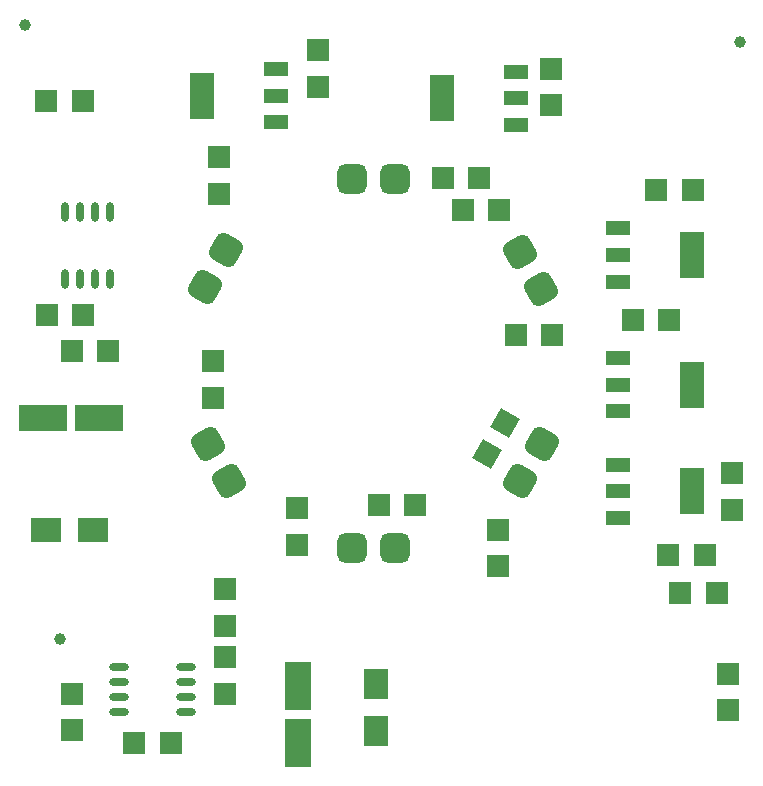
<source format=gtp>
G04 Layer_Color=8421504*
%FSLAX44Y44*%
%MOMM*%
G71*
G01*
G75*
%ADD12R,2.0000X1.2000*%
%ADD13R,2.0000X4.0000*%
%ADD14R,1.8500X1.8500*%
%ADD15R,1.8500X1.8500*%
G04:AMPARAMS|DCode=16|XSize=2.5mm|YSize=2.5mm|CornerRadius=0.625mm|HoleSize=0mm|Usage=FLASHONLY|Rotation=240.000|XOffset=0mm|YOffset=0mm|HoleType=Round|Shape=RoundedRectangle|*
%AMROUNDEDRECTD16*
21,1,2.5000,1.2500,0,0,240.0*
21,1,1.2500,2.5000,0,0,240.0*
1,1,1.2500,-0.8538,-0.2288*
1,1,1.2500,-0.2288,0.8538*
1,1,1.2500,0.8538,0.2288*
1,1,1.2500,0.2288,-0.8538*
%
%ADD16ROUNDEDRECTD16*%
G04:AMPARAMS|DCode=17|XSize=2.5mm|YSize=2.5mm|CornerRadius=0.625mm|HoleSize=0mm|Usage=FLASHONLY|Rotation=120.000|XOffset=0mm|YOffset=0mm|HoleType=Round|Shape=RoundedRectangle|*
%AMROUNDEDRECTD17*
21,1,2.5000,1.2500,0,0,120.0*
21,1,1.2500,2.5000,0,0,120.0*
1,1,1.2500,0.2288,0.8538*
1,1,1.2500,0.8538,-0.2288*
1,1,1.2500,-0.2288,-0.8538*
1,1,1.2500,-0.8538,0.2288*
%
%ADD17ROUNDEDRECTD17*%
G04:AMPARAMS|DCode=18|XSize=2.5mm|YSize=2.5mm|CornerRadius=0.625mm|HoleSize=0mm|Usage=FLASHONLY|Rotation=180.000|XOffset=0mm|YOffset=0mm|HoleType=Round|Shape=RoundedRectangle|*
%AMROUNDEDRECTD18*
21,1,2.5000,1.2500,0,0,180.0*
21,1,1.2500,2.5000,0,0,180.0*
1,1,1.2500,-0.6250,0.6250*
1,1,1.2500,0.6250,0.6250*
1,1,1.2500,0.6250,-0.6250*
1,1,1.2500,-0.6250,-0.6250*
%
%ADD18ROUNDEDRECTD18*%
%ADD19O,0.6000X1.7000*%
%ADD20C,1.0000*%
%ADD21R,2.2000X4.1500*%
%ADD22R,2.5000X2.1500*%
%ADD23R,1.9500X1.8500*%
%ADD24O,1.7000X0.6000*%
%ADD25R,2.1500X2.5000*%
%ADD27P,2.6163X4X375.0*%
%ADD28R,1.8500X1.9500*%
%ADD29R,4.1500X2.2000*%
D12*
X1172500Y752500D02*
D03*
Y730000D02*
D03*
Y707500D02*
D03*
Y842500D02*
D03*
Y820000D02*
D03*
Y797500D02*
D03*
X882500Y1042500D02*
D03*
Y1065000D02*
D03*
Y1087500D02*
D03*
X1085750Y1040000D02*
D03*
Y1062500D02*
D03*
Y1085000D02*
D03*
X1172500Y952500D02*
D03*
Y930000D02*
D03*
Y907500D02*
D03*
D13*
X1235000Y730000D02*
D03*
Y820000D02*
D03*
X820000Y1065000D02*
D03*
X1023250Y1062500D02*
D03*
X1235000Y930000D02*
D03*
D14*
X1265000Y575500D02*
D03*
Y544500D02*
D03*
X1070750Y697500D02*
D03*
Y666500D02*
D03*
X829250Y809250D02*
D03*
Y840250D02*
D03*
X1269000Y745500D02*
D03*
Y714500D02*
D03*
X839000Y589500D02*
D03*
Y558500D02*
D03*
Y616000D02*
D03*
Y647000D02*
D03*
X900000Y684750D02*
D03*
Y715750D02*
D03*
X1115500Y1056750D02*
D03*
Y1087750D02*
D03*
X834000Y982000D02*
D03*
Y1013000D02*
D03*
X918000Y1072500D02*
D03*
Y1103500D02*
D03*
D15*
X1256000Y644000D02*
D03*
X1225000D02*
D03*
X1214500Y676000D02*
D03*
X1245500D02*
D03*
X1184500Y875000D02*
D03*
X1215500D02*
D03*
X1204500Y985000D02*
D03*
X1235500D02*
D03*
X719000Y1060000D02*
D03*
X688000D02*
D03*
X762250Y516500D02*
D03*
X793250D02*
D03*
X1054500Y995500D02*
D03*
X1023500D02*
D03*
X1085500Y862250D02*
D03*
X1116500D02*
D03*
X1000500Y718000D02*
D03*
X969500D02*
D03*
X1071750Y967750D02*
D03*
X1040750D02*
D03*
D16*
X1107331Y770038D02*
D03*
X1089331Y738862D02*
D03*
X822619Y902861D02*
D03*
X840619Y934038D02*
D03*
D17*
X842989Y738862D02*
D03*
X824989Y770038D02*
D03*
X1088750Y932750D02*
D03*
X1106750Y901573D02*
D03*
D18*
X983200Y682130D02*
D03*
X947200D02*
D03*
Y994270D02*
D03*
X983200D02*
D03*
D19*
X703950Y909500D02*
D03*
X716650D02*
D03*
X729350D02*
D03*
X742050D02*
D03*
X703950Y966500D02*
D03*
X716650D02*
D03*
X729350D02*
D03*
X742050D02*
D03*
D20*
X670000Y1125000D02*
D03*
X1275000Y1110000D02*
D03*
X700000Y605000D02*
D03*
D21*
X901000Y565000D02*
D03*
Y517000D02*
D03*
D22*
X688000Y697000D02*
D03*
X728000D02*
D03*
D23*
X710000Y528000D02*
D03*
Y558000D02*
D03*
D24*
X749750Y581050D02*
D03*
Y568350D02*
D03*
Y555650D02*
D03*
Y542950D02*
D03*
X806750Y581050D02*
D03*
Y568350D02*
D03*
Y555650D02*
D03*
Y542950D02*
D03*
D25*
X967000Y527000D02*
D03*
Y567000D02*
D03*
D27*
X1076750Y787923D02*
D03*
X1061250Y761077D02*
D03*
D28*
X719000Y879000D02*
D03*
X689000D02*
D03*
X710000Y849000D02*
D03*
X740000D02*
D03*
D29*
X733000Y792000D02*
D03*
X685000D02*
D03*
M02*

</source>
